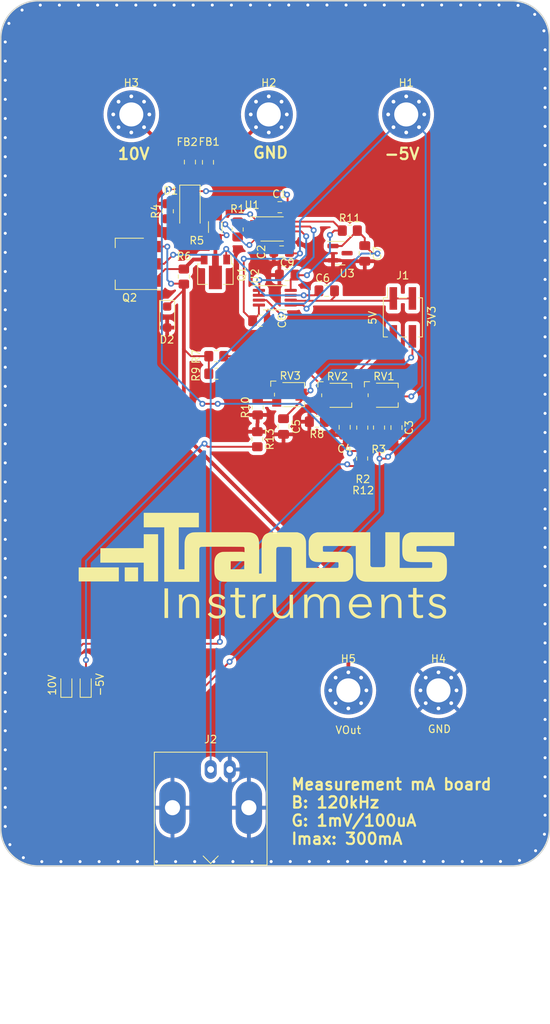
<source format=kicad_pcb>
(kicad_pcb (version 20221018) (generator pcbnew)
  (layers (0 "F.Cu" signal) (31 "B.Cu" signal) (34 "B.Paste" user) (35 "F.Paste" user) (36 "B.SilkS" user "B.Silkscreen") (37 "F.SilkS" user "F.Silkscreen") (38 "B.Mask" user) (39 "F.Mask" user) (44 "Edge.Cuts" user))
  (net 0 "")
  (net 1 "+10V")
  (net 2 "GND")
  (net 3 "-5V")
  (net 4 "Net-(U2A-+)")
  (net 5 "Net-(J1-Pin_2)")
  (net 6 "Net-(J1-Pin_4)")
  (net 7 "Net-(Q1-B)")
  (net 8 "Net-(J1-Pin_1)")
  (net 9 "Net-(U2B-+)")
  (net 10 "V+")
  (net 11 "VOUT")
  (net 12 "Net-(D3-A)")
  (net 13 "Net-(D4-A)")
  (net 14 "Net-(FB1-Pad1)")
  (net 15 "Net-(FB2-Pad1)")
  (net 16 "IOUT")
  (net 17 "V-")
  (net 18 "Net-(Q1-E)")
  (net 19 "Net-(R1-Pad1)")
  (net 20 "Net-(R1-Pad2)")
  (net 21 "Net-(R2-Pad2)")
  (net 22 "Net-(R3-Pad1)")
  (net 23 "Net-(R7-Pad2)")
  (net 24 "Net-(R8-Pad1)")
  (net 25 "Net-(R9-Pad2)")
  (net 26 "Net-(R10-Pad1)")
  (net 27 "Net-(U1-Ref)")
  (footprint "Resistor_SMD:R_0805_2012Metric_Pad1.20x1.40mm_HandSolder" (layer "F.Cu") (at 84.68 90.03)
    (fp_text reference "R7")
    (fp_text value "1Meg")
  )
  (footprint "MountingHole:MountingHole_3.2mm_M3_Pad_Via" (layer "F.Cu") (at 73.37 57.9)
    (fp_text reference "H3")
    (fp_text value "MH")
  )
  (footprint "Potentiometer_SMD:Potentiometer_Bourns_TC33X_Vertical" (layer "F.Cu") (at 100.8 95.23)
    (fp_text reference "RV2")
    (fp_text value "100k")
  )
  (footprint "Resistor_SMD:R_0805_2012Metric_Pad1.20x1.40mm_HandSolder" (layer "F.Cu") (at 102.44 73.34)
    (fp_text reference "R11")
    (fp_text value "10k")
  )
  (footprint "MountingHole:MountingHole_3.2mm_M3_Pad_Via" (layer "F.Cu") (at 91.66 57.9)
    (fp_text reference "H2")
    (fp_text value "MH")
  )
  (footprint "Resistor_SMD:R_0805_2012Metric_Pad1.20x1.40mm_HandSolder" (layer "F.Cu") (at 84.68 92.37)
    (fp_text reference "R9")
    (fp_text value "2M4")
  )
  (footprint "Resistor_SMD:R_0805_2012Metric_Pad1.20x1.40mm_HandSolder" (layer "F.Cu") (at 87.52 73.19 -90)
    (fp_text reference "R1")
    (fp_text value "200R")
  )
  (footprint "Package_TO_SOT_SMD:SOT-23" (layer "F.Cu") (at 101.1425 76.34)
    (fp_text reference "U3")
    (fp_text value "LM4040DBZ-2.5")
  )
  (footprint "Resistor_SMD:R_0805_2012Metric_Pad1.20x1.40mm_HandSolder" (layer "F.Cu") (at 90.14 101.07 -90)
    (fp_text reference "R13")
    (fp_text value "150R")
  )
  (footprint "LED_SMD:LED_0603_1608Metric_Pad1.05x0.95mm_HandSolder" (layer "F.Cu") (at 64.73 133.7075 90)
    (fp_text reference "D3" hide)
    (fp_text value "Green")
  )
  (footprint "Capacitor_SMD:C_0805_2012Metric_Pad1.18x1.45mm_HandSolder" (layer "F.Cu") (at 93.62 99.38 -90)
    (fp_text reference "C5")
    (fp_text value "0.1uF")
  )
  (footprint "Resistor_SMD:R_0805_2012Metric_Pad1.20x1.40mm_HandSolder" (layer "F.Cu") (at 78.23 70.77 90)
    (fp_text reference "R4")
    (fp_text value "180R 500mW")
  )
  (footprint "Resistor_SMD:R_1206_3216Metric_Pad1.30x1.75mm_HandSolder" (layer "F.Cu") (at 84.55 72.87 -90)
    (fp_text reference "R5")
    (fp_text value "1R")
  )
  (footprint "Resistor_SMD:R_0805_2012Metric_Pad1.20x1.40mm_HandSolder" (layer "F.Cu") (at 104.1 99.53 90)
    (fp_text reference "R2")
    (fp_text value "2Meg")
  )
  (footprint "MountingHole:MountingHole_3.2mm_M3_Pad_Via" (layer "F.Cu") (at 102.25 134.45)
    (fp_text reference "H5")
    (fp_text value "MH")
  )
  (footprint "Package_TO_SOT_SMD:SOT-223-3_TabPin2" (layer "F.Cu") (at 73.14 77.76 180)
    (fp_text reference "Q2")
    (fp_text value "BCP54TA")
  )
  (footprint "Capacitor_SMD:C_0805_2012Metric_Pad1.18x1.45mm_HandSolder" (layer "F.Cu") (at 108.65 99.52 -90)
    (fp_text reference "C3")
    (fp_text value "0.1uF")
  )
  (footprint "Capacitor_SMD:C_0805_2012Metric_Pad1.18x1.45mm_HandSolder" (layer "F.Cu") (at 94.11 79.25 180)
    (fp_text reference "C9")
    (fp_text value "0.1uF")
  )
  (footprint "MountingHole:MountingHole_3.2mm_M3_Pad_Via" (layer "F.Cu") (at 114.24 134.45)
    (fp_text reference "H4")
    (fp_text value "MH")
  )
  (footprint "Connector_Coaxial:BNC_Amphenol_B6252HB-NPP3G-50_Horizontal" (layer "F.Cu") (at 83.93 144.96 180)
    (fp_text reference "J2")
    (fp_text value "Conn_Coaxial")
  )
  (footprint "Diode_SMD:D_SOD-123F" (layer "F.Cu") (at 78.14 84.8325 -90)
    (fp_text reference "D2")
    (fp_text value "BZD27C5V1P-E3-08")
  )
  (footprint "Resistor_SMD:R_0805_2012Metric_Pad1.20x1.40mm_HandSolder" (layer "F.Cu") (at 106.33 99.52 -90)
    (fp_text reference "R3")
    (fp_text value "1Meg")
  )
  (footprint "LED_SMD:LED_0603_1608Metric_Pad1.05x0.95mm_HandSolder" (layer "F.Cu") (at 67.3 133.7075 90)
    (fp_text reference "D4" hide)
    (fp_text value "Green")
  )
  (footprint "Capacitor_SMD:C_0805_2012Metric_Pad1.18x1.45mm_HandSolder" (layer "F.Cu") (at 104.43 76.37 -90)
    (fp_text reference "C7")
    (fp_text value "0.1uF")
  )
  (footprint "Package_SO:MSOP-8_3x3mm_P0.65mm" (layer "F.Cu") (at 92.1 73.12)
    (fp_text reference "U1")
    (fp_text value "AD8422")
  )
  (footprint "Capacitor_SMD:C_0805_2012Metric_Pad1.18x1.45mm_HandSolder" (layer "F.Cu") (at 93.37 76.11 180)
    (fp_text reference "C2")
    (fp_text value "0.1uF")
  )
  (footprint "Capacitor_SMD:C_0805_2012Metric_Pad1.18x1.45mm_HandSolder" (layer "F.Cu") (at 81.17 64.2325 -90)
    (fp_text reference "FB2")
    (fp_text value "FB")
  )
  (footprint "Capacitor_SMD:C_0805_2012Metric_Pad1.18x1.45mm_HandSolder" (layer "F.Cu") (at 101.76 99.48 -90)
    (fp_text reference "C4")
    (fp_text value "0.1uF")
  )
  (footprint "Connector_PinSocket_2.54mm:PinSocket_2x02_P2.54mm_Vertical_SMD" (layer "F.Cu") (at 109.5 84.875 90)
    (fp_text reference "J1")
    (fp_text value "Header2.54mm")
  )
  (footprint "Resistor_SMD:R_0805_2012Metric_Pad1.20x1.40mm_HandSolder" (layer "F.Cu") (at 80.36 79.45 -90)
    (fp_text reference "R6")
    (fp_text value "2R 250mW")
  )
  (footprint "Potentiometer_SMD:Potentiometer_Bourns_TC33X_Vertical" (layer "F.Cu") (at 94.52 95.14)
    (fp_text reference "RV3")
    (fp_text value "100k")
  )
  (footprint "Potentiometer_SMD:Potentiometer_Bourns_TC33X_Vertical" (layer "F.Cu") (at 106.98 95.22)
    (fp_text reference "RV1")
    (fp_text value "20k")
  )
  (footprint "Resistor_SMD:R_0805_2012Metric_Pad1.20x1.40mm_HandSolder" (layer "F.Cu") (at 90.18 96.84 -90)
    (fp_text reference "R10")
    (fp_text value "7M5")
  )
  (footprint "Capacitor_SMD:C_0805_2012Metric_Pad1.18x1.45mm_HandSolder" (layer "F.Cu") (at 90.55 85.32)
    (fp_text reference "C8")
    (fp_text value "0.1uF")
  )
  (footprint "LOGO" (layer "F.Cu") (at 91.351678 119.203669)
    (fp_text reference "G***" hide)
    (fp_text value "LOGO" hide)
  )
  (footprint "Capacitor_SMD:C_0805_2012Metric_Pad1.18x1.45mm_HandSolder" (layer "F.Cu") (at 83.57 64.26 -90)
    (fp_text reference "FB1")
    (fp_text value "FB")
  )
  (footprint "Package_TO_SOT_SMD:SOT-89-3" (layer "F.Cu") (at 84.56 79.13 -90)
    (fp_text reference "Q1")
    (fp_text value "PBSS4032NX,115")
  )
  (footprint "Diode_SMD:D_SOD-128" (layer "F.Cu") (at 81.17 70.4525 -90)
    (fp_text reference "D1")
    (fp_text value "PDZVTFTR2.0B")
  )
  (footprint "MountingHole:MountingHole_3.2mm_M3_Pad_Via" (layer "F.Cu") (at 109.95 57.9)
    (fp_text reference "H1")
    (fp_text value "MH")
  )
  (footprint "Package_SO:MSOP-8_3x3mm_P0.65mm" (layer "F.Cu") (at 92.46 82.26)
    (fp_text reference "U2")
    (fp_text value "ADA4661-2ARMZ")
  )
  (footprint "Capacitor_SMD:C_0805_2012Metric_Pad1.18x1.45mm_HandSolder" (layer "F.Cu") (at 93.13 70.23 180)
    (fp_text reference "C1")
    (fp_text value "0.1uF")
  )
  (footprint "Capacitor_SMD:C_0805_2012Metric_Pad1.18x1.45mm_HandSolder" (layer "F.Cu") (at 99.37 81.34)
    (fp_text reference "C6")
    (fp_text value "1nF")
  )
  (footprint "Resistor_SMD:R_0805_2012Metric_Pad1.20x1.40mm_HandSolder" (layer "F.Cu") (at 98.06 98.74 180)
    (fp_text reference "R8")
    (fp_text value "1Meg")
  )
  (footprint "Resistor_SMD:R_0805_2012Metric_Pad1.20x1.40mm_HandSolder" (layer "F.Cu") (at 104.08 103.63 -90)
    (fp_text reference "R12")
    (fp_text value "390R 250mW")
  )
  (gr_line (start 129 152.79) (end 129 47.79) (stroke (width 0.2)) (layer "Edge.Cuts"))
  (gr_arc (start 61 157.79) (mid 57.464466 156.325534) (end 56 152.79) (stroke (width 0.2)) (layer "Edge.Cuts"))
  (gr_arc (start 56 47.79) (mid 57.464466 44.254466) (end 61 42.79) (stroke (width 0.2)) (layer "Edge.Cuts"))
  (gr_arc (start 124 42.79) (mid 127.535534 44.254466) (end 129 47.79) (stroke (width 0.2)) (layer "Edge.Cuts"))
  (gr_arc (start 129 152.79) (mid 127.535534 156.325534) (end 124 157.79) (stroke (width 0.2)) (layer "Edge.Cuts"))
  (gr_line (start 61 157.79) (end 124 157.79) (stroke (width 0.2)) (layer "Edge.Cuts"))
  (gr_line (start 124 42.79) (end 61 42.79) (stroke (width 0.2)) (layer "Edge.Cuts"))
  (gr_line (start 56 47.79) (end 56 152.79) (stroke (width 0.2)) (layer "Edge.Cuts"))
  (gr_text "GND" (at 112.74 140.18) (layer "F.SilkS") (effects (font (size 1 1)) (justify left bottom)))
  (gr_text "5V" (at 106.06 85.93 90) (layer "F.SilkS") (effects (font (size 1 1)) (justify left bottom)))
  (gr_text "10V" (at 71.42 64.025) (layer "F.SilkS") (effects (font (size 1.5 1.5) (thickness 0.3) bold) (justify left bottom)))
  (gr_text "-5V" (at 106.9 64.025) (layer "F.SilkS") (effects (font (size 1.5 1.5) (thickness 0.3) bold) (justify left bottom)))
  (gr_text "Measurement mA board\nB: 120kHz\nG: 1mV/100uA\nImax: 300mA" (at 94.5 155.05) (layer "F.SilkS") (effects (font (size 1.5 1.5) (thickness 0.3) bold) (justify left bottom)))
  (gr_text "VOut" (at 100.45 140.31) (layer "F.SilkS") (effects (font (size 1 1)) (justify left bottom)))
  (gr_text "10V" (at 63.43 135.22 90) (layer "F.SilkS") (effects (font (size 1 1)) (justify left bottom)))
  (gr_text "GND" (at 89.41 63.86) (layer "F.SilkS") (effects (font (size 1.5 1.5) (thickness 0.3) bold) (justify left bottom)))
  (gr_text "3V3" (at 113.92 86.21 90) (layer "F.SilkS") (effects (font (size 1 1)) (justify left bottom)))
  (gr_text "-5V" (at 69.78 135.31 90) (layer "F.SilkS") (effects (font (size 1 1)) (justify left bottom)))
  (segment (start 101.44 73.34) (end 100.38 73.34) (width 0.25) (layer "F.Cu") (net 1))
  (segment (start 84.87 96.36) (end 82.83 96.36) (width 0.25) (layer "F.Cu") (net 1))
  (segment (start 104.08 102.63) (end 102.76 102.63) (width 0.25) (layer "F.Cu") (net 1))
  (segment (start 102.76 102.63) (end 102.45 102.94) (width 0.25) (layer "F.Cu") (net 1))
  (segment (start 104.1 100.53) (end 104.1 102.61) (width 0.25) (layer "F.Cu") (net 1))
  (segment (start 100.245 72.145) (end 101.44 73.34) (width 0.25) (layer "F.Cu") (net 1))
  (segment (start 94.1675 70.23) (end 94.1675 68.6375) (width 0.25) (layer "F.Cu") (net 1))
  (segment (start 94.1675 72.1) (end 94.2125 72.145) (width 0.25) (layer "F.Cu") (net 1))
  (segment (start 100.38 73.34) (end 99.8 73.92) (width 0.25) (layer "F.Cu") (net 1))
  (segment (start 80.7375 67.82) (end 81.17 68.2525) (width 0.25) (layer "F.Cu") (net 1))
  (segment (start 94.1675 68.6375) (end 94.09 68.56) (width 0.25) (layer "F.Cu") (net 1))
  (segment (start 94.5725 81.285) (end 94.5725 79.825) (width 0.25) (layer "F.Cu") (net 1))
  (segment (start 81.3225 68.1) (end 81.17 68.2525) (width 0.25) (layer "F.Cu") (net 1))
  (segment (start 104.1 102.61) (end 104.08 102.63) (width 0.25) (layer "F.Cu") (net 1))
  (segment (start 94.1675 70.23) (end 94.1675 72.1) (width 0.25) (layer "F.Cu") (net 1))
  (segment (start 83.31 68.1) (end 81.3225 68.1) (width 0.25) (layer "F.Cu") (net 1))
  (segment (start 94.2125 72.145) (end 100.245 72.145) (width 0.25) (layer "F.Cu") (net 1))
  (segment (start 94.5725 79.825) (end 95.1475 79.25) (width 0.25) (layer "F.Cu") (net 1))
  (segment (start 95.1675 79.27) (end 95.1475 79.25) (width 0.25) (layer "F.Cu") (net 1))
  (segment (start 78.37 67.82) (end 80.7375 67.82) (width 0.25) (layer "F.Cu") (net 1))
  (segment (start 81.17 65.27) (end 81.17 68.2525) (width 0.5) (layer "F.Cu") (net 1))
  (segment (start 96.74 79.27) (end 95.1675 79.27) (width 0.25) (layer "F.Cu") (net 1))
  (via (at 82.83 96.36) (size 0.8) (drill 0.4) (layers "F.Cu" "B.Cu") (net 1))
  (via (at 102.45 102.94) (size 0.8) (drill 0.4) (layers "F.Cu" "B.Cu") (net 1))
  (via (at 78.37 67.82) (size 0.8) (drill 0.4) (layers "F.Cu" "B.Cu") (net 1))
  (via (at 94.09 68.56) (size 0.8) (drill 0.4) (layers "F.Cu" "B.Cu") (net 1))
  (via (at 84.87 96.36) (size 0.8) (drill 0.4) (layers "F.Cu" "B.Cu") (net 1))
  (via (at 99.8 73.92) (size 0.8) (drill 0.4) (layers "F.Cu" "B.Cu") (net 1))
  (via (at 96.74 79.27) (size 0.8) (drill 0.4) (layers "F.Cu" "B.Cu") (net 1))
  (via (at 83.31 68.1) (size 0.8) (drill 0.4) (layers "F.Cu" "B.Cu") (net 1))
  (segment (start 77.435 68.755) (end 78.37 67.82) (width 0.25) (layer "B.Cu") (net 1))
  (segment (start 82.83 96.36) (end 77.435 90.965) (width 0.25) (layer "B.Cu") (net 1))
  (segment (start 102.45 102.94) (end 95.87 96.36) (width 0.25) (layer "B.Cu") (net 1))
  (segment (start 95.87 96.36) (end 84.87 96.36) (width 0.25) (layer "B.Cu") (net 1))
  (segment (start 99.8 76.21) (end 96.74 79.27) (width 0.25) (layer "B.Cu") (net 1))
  (segment (start 77.435 90.965) (end 77.435 68.755) (width 0.25) (layer "B.Cu") (net 1))
  (segment (start 94.09 68.56) (end 93.63 68.1) (width 0.25) (layer "B.Cu") (net 1))
  (segment (start 99.8 73.92) (end 99.8 76.21) (width 0.25) (layer "B.Cu") (net 1))
  (segment (start 93.63 68.1) (end 83.31 68.1) (width 0.25) (layer "B.Cu") (net 1))
  (via (at 96.859462 43.358619) (size 0.8) (drill 0.4) (layers "F.Cu" "B.Cu") (net 2))
  (via (at 117.201909 43.352168) (size 0.8) (drill 0.4) (layers "F.Cu" "B.Cu") (net 2))
  (via (at 56.6 94.038847) (size 0.8) (drill 0.4) (layers "F.Cu" "B.Cu") (net 2))
  (via (at 56.6 116.924101) (size 0.8) (drill 0.4) (layers "F.Cu" "B.Cu") (net 2))
  (via (at 127.041465 44.601457) (size 0.8) (drill 0.4) (layers "F.Cu" "B.Cu") (net 2))
  (via (at 66.345792 43.368295) (size 0.8) (drill 0.4) (layers "F.Cu" "B.Cu") (net 2))
  (via (at 125.020087 157.05106) (size 0.8) (drill 0.4) (layers "F.Cu" "B.Cu") (net 2))
  (via (at 56.6 119.466907) (size 0.8) (drill 0.4) (layers "F.Cu" "B.Cu") (net 2))
  (via (at 56.6 50.811145) (size 0.8) (drill 0.4) (layers "F.Cu" "B.Cu") (net 2))
  (via (at 56.6 149.980579) (size 0.8) (drill 0.4) (layers "F.Cu" "B.Cu") (net 2))
  (via (at 114.861652 157.192891) (size 0.8) (drill 0.4) (layers "F.Cu" "B.Cu") (net 2))
  (via (at 73.974209 43.365876) (size 0.8) (drill 0.4) (layers "F.Cu" "B.Cu") (net 2))
  (via (at 128.266571 46.787509) (size 0.8) (drill 0.4) (layers "F.Cu" "B.Cu") (net 2))
  (via (at 128.42 56.9469) (size 0.8) (drill 0.4) (layers "F.Cu" "B.Cu") (net 2))
  (via (at 128.42 135.773886) (size 0.8) (drill 0.4) (layers "F.Cu" "B.Cu") (net 2))
  (via (at 59.00652 156.684244) (size 0.8) (drill 0.4) (layers "F.Cu" "B.Cu") (net 2))
  (via (at 112.318847 157.193702) (size 0.8) (drill 0.4) (layers "F.Cu" "B.Cu") (net 2))
  (via (at 84.145433 43.362651) (size 0.8) (drill 0.4) (layers "F.Cu" "B.Cu") (net 2))
  (via (at 128.42 100.174602) (size 0.8) (drill 0.4) (layers "F.Cu" "B.Cu") (net 2))
  (via (at 56.6 132.180937) (size 0.8) (drill 0.4) (layers "F.Cu" "B.Cu") (net 2))
  (via (at 56.6 111.838489) (size 0.8) (drill 0.4) (layers "F.Cu" "B.Cu") (net 2))
  (via (at 104.48788 43.3562) (size 0.8) (drill 0.4) (layers "F.Cu" "B.Cu") (net 2))
  (via (at 89.433594 157.201) (size 0.8) (drill 0.4) (layers "F.Cu" "B.Cu") (net 2))
  (via (at 109.573492 43.354587) (size 0.8) (drill 0.4) (layers "F.Cu" "B.Cu") (net 2))
  (via (at 128.42 82.37496) (size 0.8) (drill 0.4) (layers "F.Cu" "B.Cu") (net 2))
  (via (at 56.6 96.581653) (size 0.8) (drill 0.4) (layers "F.Cu" "B.Cu") (net 2))
  (via (at 79.059821 43.364263) (size 0.8) (drill 0.4) (layers "F.Cu" "B.Cu") (net 2))
  (via (at 57.084781 45.802133) (size 0.8) (drill 0.4) (layers "F.Cu" "B.Cu") (net 2))
  (via (at 56.6 152.523385) (size 0.8) (drill 0.4) (layers "F.Cu" "B.Cu") (net 2))
  (via (at 56.6 83.867623) (size 0.8) (drill 0.4) (layers "F.Cu" "B.Cu") (net 2))
  (via (at 56.6 78.782011) (size 0.8) (drill 0.4) (layers "F.Cu" "B.Cu") (net 2))
  (via (at 64.005535 157.209108) (size 0.8) (drill 0.4) (layers "F.Cu" "B.Cu") (net 2))
  (via (at 128.42 97.631796) (size 0.8) (drill 0.4) (layers "F.Cu" "B.Cu") (net 2))
  (via (at 61.26018 43.369908) (size 0.8) (drill 0.4) (layers "F.Cu" "B.Cu") (net 2))
  (via (at 128.42 133.23108) (size 0.8) (drill 0.4) (layers "F.Cu" "B.Cu") (net 2))
  (via (at 128.336222 153.567386) (size 0.8) (drill 0.4) (layers "F.Cu" "B.Cu") (net 2))
  (via (at 56.6 73.696399) (size 0.8) (drill 0.4) (layers "F.Cu" "B.Cu") (net 2))
  (via (at 76.719564 157.205054) (size 0.8) (drill 0.4) (layers "F.Cu" "B.Cu") (net 2))
  (via (at 56.6 109.295683) (size 0.8) (drill 0.4) (layers "F.Cu" "B.Cu") (net 2))
  (via (at 128.42 138.316692) (size 0.8) (drill 0.4) (layers "F.Cu" "B.Cu") (net 2))
  (via (at 107.030686 43.355394) (size 0.8) (drill 0.4) (layers "F.Cu" "B.Cu") (net 2))
  (via (at 56.6 81.324817) (size 0.8) (drill 0.4) (layers "F.Cu" "B.Cu") (net 2))
  (via (at 128.42 125.602662) (size 0.8) (drill 0.4) (layers "F.Cu" "B.Cu") (net 2))
  (via (at 128.42 62.032512) (size 0.8) (drill 0.4) (layers "F.Cu" "B.Cu") (net 2))
  (via (at 56.6 127.095325) (size 0.8) (drill 0.4) (layers "F.Cu" "B.Cu") (net 2))
  (via (at 89.231045 43.361038) (size 0.8) (drill 0.4) (layers "F.Cu" "B.Cu") (net 2))
  (via (at 128.42 128.145468) (size 0.8) (drill 0.4) (layers "F.Cu" "B.Cu") (net 2))
  (via (at 128.42 95.08899) (size 0.8) (drill 0.4) (layers "F.Cu" "B.Cu") (net 2))
  (via (at 56.6 68.610787) (size 0.8) (drill 0.4) (layers "F.Cu" "B.Cu") (net 2))
  (via (at 128.42 87.460572) (size 0.8) (drill 0.4) (layers "F.Cu" "B.Cu") (net 2))
  (via (at 128.42 84.917766) (size 0.8) (drill 0.4) (layers "F.Cu" "B.Cu") (net 2))
  (via (at 56.6 137.266549) (size 0.8) (drill 0.4) (layers "F.Cu" "B.Cu") (net 2))
  (via (at 112.116297 43.353781) (size 0.8) (drill 0.4) (layers "F.Cu" "B.Cu") (net 2))
  (via (at 56.6 106.752877) (size 0.8) (drill 0.4) (layers "F.Cu" "B.Cu") (net 2))
  (via (at 56.6 71.153593) (size 0.8) (drill 0.4) (layers "F.Cu" "B.Cu") (net 2))
  (via (at 68.888598 43.367489) (size 0.8) (drill 0.4) (layers "F.Cu" "B.Cu") (net 2))
  (via (at 56.6 122.009713) (size 0.8) (drill 0.4) (layers "F.Cu" "B.Cu") (net 2))
  (via (at 58.835403 44.027854) (size 0.8) (drill 0.4) (layers "F.Cu" "B.Cu") (net 2))
  (via (at 128.42 69.66093) (size 0.8) (drill 0.4) (layers "F.Cu" "B.Cu") (net 2))
  (via (at 99.604817 157.197757) (size 0.8) (drill 0.4) (layers "F.Cu" "B.Cu") (net 2))
  (via (at 97.062011 157.198567) (size 0.8) (drill 0.4) (layers "F.Cu" "B.Cu") (net 2))
  (via (at 84.347982 157.202622) (size 0.8) (drill 0.4) (layers "F.Cu" "B.Cu") (net 2))
  (via (at 74.176759 157.205865) (size 0.8) (drill 0.4) (layers "F.Cu" "B.Cu") (net 2))
  (via (at 56.6 114.381295) (size 0.8) (drill 0.4) (layers "F.Cu" "B.Cu") (net 2))
  (via (at 128.42 79.832154) (size 0.8) (drill 0.4) (layers "F.Cu" "B.Cu") (net 2))
  (via (at 56.6 63.525175) (size 0.8) (drill 0.4) (layers "F.Cu" "B.Cu") (net 2))
  (via (at 56.6 48.268339) (size 0.8) (drill 0.4) (layers "F.Cu" "B.Cu") (net 2))
  (via (at 107.233235 157.195324) (size 0.8) (drill 0.4) (layers "F.Cu" "B.Cu") (net 2))
  (via (at 91.77385 43.360232) (size 0.8) (drill 0.4) (layers "F.Cu" "B.Cu") (net 2))
  (via (at 101.945074 43.357006) (size 0.8) (drill 0.4) (layers "F.Cu" "B.Cu") (net 2))
  (via (at 128.42 49.318482) (size 0.8) (drill 0.4) (layers "F.Cu" "B.Cu") (net 2))
  (via (at 56.6 129.638131) (size 0.8) (drill 0.4) (layers "F.Cu" "B.Cu") (net 2))
  (via (at 128.42 90.003378) (size 0.8) (drill 0.4) (layers "F.Cu" "B.Cu") (net 2))
  (via (at 56.6 91.496041) (size 0.8) (drill 0.4) (layers "F.Cu" "B.Cu") (net 2))
  (via (at 81.805176 157.203433) (size 0.8) (drill 0.4) (layers "F.Cu" "B.Cu") (net 2))
  (via (at 91.9764 157.200189) (size 0.8) (drill 0.4) (layers "F.Cu" "B.Cu") (net 2))
  (via (at 128.42 130.688274) (size 0.8) (drill 0.4) (layers "F.Cu" "B.Cu") (net 2))
  (via (at 86.890788 157.201811) (size 0.8) (drill 0.4) (layers "F.Cu" "B.Cu") (net 2))
  (via (at 94.519205 157.199378) (size 0.8) (drill 0.4) (layers "F.Cu" "B.Cu") (net 2))
  (via (at 128.42 120.51705) (size 0.8) (drill 0.4) (layers "F.Cu" "B.Cu") (net 2))
  (via (at 56.6 99.124459) (size 0.8) (drill 0.4) (layers "F.Cu" "B.Cu") (net 2))
  (via (at 128.42 123.059856) (size 0.8) (drill 0.4) (layers "F.Cu" "B.Cu") (net 2))
  (via (at 128.42 117.974244) (size 0.8) (drill 0.4) (layers "F.Cu" "B.Cu") (net 2))
  (via (at 128.42 72.203736) (size 0.8) (drill 0.4) (layers "F.Cu" "B.Cu") (net 2))
  (via (at 56.6 88.953235) (size 0.8) (drill 0.4) (layers "F.Cu" "B.Cu") (net 2))
  (via (at 124.828087 43.411697) (size 0.8) (drill 0.4) (layers "F.Cu" "B.Cu") (net 2))
  (via (at 57.215167 154.951889) (size 0.8) (drill 0.4) (layers "F.Cu" "B.Cu") (net 2))
  (via (at 56.6 76.239205) (size 0.8) (drill 0.4) (layers "F.Cu" "B.Cu") (net 2))
  (via (at 56.6 86.410429) (size 0.8) (drill 0.4) (layers "F.Cu" "B.Cu") (net 2))
  (via (at 56.6 147.437773) (size 0.8) (drill 0.4) (layers "F.Cu" "B.Cu") (net 2))
  (via (at 128.42 143.402304) (size 0.8) (drill 0.4) (layers "F.Cu" "B.Cu") (net 2))
  (via (at 109.776041 157.194513) (size 0.8) (drill 0.4) (layers "F.Cu" "B.Cu") (net 2))
  (via (at 128.42 148.487916) (size 0.8) (drill 0.4) (layers "F.Cu" "B.Cu") (net 2))
  (via (at 119.947264 157.19127) (size 0.8) (drill 0.4) (layers "F.Cu" "B.Cu") (net 2))
  (via (at 69.091147 157.207487) (size 0.8) (drill 0.4) (layers "F.Cu" "B.Cu") (net 2))
  (via (at 56.6 60.982369) (size 0.8) (drill 0.4) (layers "F.Cu" "B.Cu") (net 2))
  (via (at 122.287521 43.350556) (size 0.8) (drill 0.4) (layers "F.Cu" "B.Cu") (net 2))
  (via (at 56.6 124.552519) (size 0.8) (drill 0.4) (layers "F.Cu" "B.Cu") (net 2))
  (via (at 81.602627 43.363457) (size 0.8) (drill 0.4) (layers "F.Cu" "B.Cu") (net 2))
  (via (at 79.26237 157.204243) (size 0.8) (drill 0.4) (layers "F.Cu" "B.Cu") (net 2))
  (via (at 122.49007 157.190459) (size 0.8) (drill 0.4) (layers "F.Cu" "B.Cu") (net 2))
  (via (at 104.690429 157.196135) (size 0.8) (drill 0.4) (layers "F.Cu" "B.Cu") (net 2))
  (via (at 63.802986 43.369101) (size 0.8) (drill 0.4) (layers "F.Cu" "B.Cu") (net 2))
  (via (at 56.6 66.067981) (size 0.8) (drill 0.4) (layers "F.Cu" "B.Cu") (net 2))
  (via (at 56.6 104.210071) (size 0.8) (drill 0.4) (layers "F.Cu" "B.Cu") (net 2))
  (via (at 128.42 102.717408) (size 0.8) (drill 0.4) (layers "F.Cu" "B.Cu") (net 2))
  (via (at 56.6 144.894967) (size 0.8) (drill 0.4) (layers "F.Cu" "B.Cu") (net 2))
  (via (at 128.42 67.118124) (size 0.8) (drill 0.4) (layers "F.Cu" "B.Cu") (net 2))
  (via (at 76.517015 43.36507) (size 0.8) (drill 0.4) (layers "F.Cu" "B.Cu") (net 2))
  (via (at 128.42 54.404094) (size 0.8) (drill 0.4) (layers "F.Cu" "B.Cu") (net 2))
  (via (at 127.15969 155.759861) (size 0.8) (drill 0.4) (layers "F.Cu" "B.Cu") (net 2))
  (via (at 56.6 101.667265) (size 0.8) (drill 0.4) (layers "F.Cu" "B.Cu") (net 2))
  (via (at 71.633953 157.206676) (size 0.8) (drill 0.4) (layers "F.Cu" "B.Cu") (net 2))
  (via (at 128.42 59.489706) (size 0.8) (drill 0.4) (layers "F.Cu" "B.Cu") (net 2))
  (via (at 114.659103 43.352975) (size 0.8) (drill 0.4) (layers "F.Cu" "B.Cu") (net 2))
  (via (at 56.6 55.896757) (size 0.8) (drill 0.4) (layers "F.Cu" "B.Cu") (net 2))
  (via (at 128.42 145.94511) (size 0.8) (drill 0.4) (layers "F.Cu" "B.Cu") (net 2))
  (via (at 56.6 142.352161) (size 0.8) (drill 0.4) (layers "F.Cu" "B.Cu") (net 2))
  (via (at 71.431403 43.366682) (size 0.8) (drill 0.4) (layers "F.Cu" "B.Cu") (net 2))
  (via (at 56.6 139.809355) (size 0.8) (drill 0.4) (layers "F.Cu" "B.Cu") (net 2))
  (via (at 99.402268 43.357813) (size 0.8) (drill 0.4) (layers "F.Cu" "B.Cu") (net 2))
  (via (at 128.42 115.431438) (size 0.8) (drill 0.4) (layers "F.Cu" "B.Cu") (net 2))
  (via (at 128.42 74.746542) (size 0.8) (drill 0.4) (layers "F.Cu" "B.Cu") (net 2))
  (via (at 117.404458 157.192081) (size 0.8) (drill 0.4) (layers "F.Cu" "B.Cu") (net 2))
  (via (at 119.744715 43.351362) (size 0.8) (drill 0.4) (layers "F.Cu" "B.Cu") (net 2))
  (via (at 94.316656 43.359425) (size 0.8) (drill 0.4) (layers "F.Cu" "B.Cu") (net 2))
  (via (at 128.42 112.888632) (size 0.8) (drill 0.4) (layers "F.Cu" "B.Cu") (net 2))
  (via (at 56.6 53.353951) (size 0.8) (drill 0.4) (layers "F.Cu" "B.Cu") (net 2))
  (via (at 128.42 105.260214) (size 0.8) (drill 0.4) (layers "F.Cu" "B.Cu") (net 2))
  (via (at 102.147623 157.196946) (size 0.8) (drill 0.4) (layers "F.Cu" "B.Cu") (net 2))
  (via (at 66.548341 157.208298) (size 0.8) (drill 0.4) (layers "F.Cu" "B.Cu") (net 2))
  (via (at 128.42 64.575318) (size 0.8) (drill 0.4) (layers "F.Cu" "B.Cu") (net 2))
  (via (at 128.42 110.345826) (size 0.8) (drill 0.4) (layers "F.Cu" "B.Cu") (net 2))
  (via (at 128.42 92.546184) (size 0.8) (drill 0.4) (layers "F.Cu" "B.Cu") (net 2))
  (via (at 128.42 77.289348) (size 0.8) (drill 0.4) (layers "F.Cu" "B.Cu") (net 2))
  (via (at 86.688239 43.361844) (size 0.8) (drill 0.4) (layers "F.Cu" "B.Cu") (net 2))
  (via (at 56.6 134.723743) (size 0.8) (drill 0.4) (layers "F.Cu" "B.Cu") (net 2))
  (via (at 61.462729 157.209919) (size 0.8) (drill 0.4) (layers "F.Cu" "B.Cu") (net 2))
  (via (at 56.6 58.439563) (size 0.8) (drill 0.4) (layers "F.Cu" "B.Cu") (net 2))
  (via (at 128.42 140.859498) (size 0.8) (drill 0.4) (layers "F.Cu" "B.Cu") (net 2))
  (via (at 128.42 107.80302) (size 0.8) (drill 0.4) (layers "F.Cu" "B.Cu") (net 2))
  (via (at 128.42 151.030722) (size 0.8) (drill 0.4) (layers "F.Cu" "B.Cu") (net 2))
  (via (at 128.42 51.861288) (size 0.8) (drill 0.4) (layers "F.Cu" "B.Cu") (net 2))
  (segment (start 106.4 103.64) (end 107.29 103.64) (width 0.25) (layer "F.Cu") (net 3))
  (segment (start 67.3 134.5825) (end 82.5075 134.5825) (width 0.25) (layer "F.Cu") (net 3))
  (segment (start 95.81 76.37) (end 94.6675 76.37) (width 0.25) (layer "F.Cu") (net 3))
  (segment (start 94.6675 76.37) (end 94.4075 76.11) (width 0.25) (layer "F.Cu") (net 3))
  (segment (start 88.332299 84.139799) (end 88.332299 77.087701) (width 0.25) (layer "F.Cu") (net 3))
  (segment (start 90.3475 83.235) (end 90.3475 84.485) (width 0.25) (layer "F.Cu") (net 3))
  (segment (start 89.5125 85.32) (end 88.332299 84.139799) (width 0.25) (layer "F.Cu") (net 3))
  (segment (start 106.4 100.59) (end 106.33 100.52) (width 0.25) (layer "F.Cu") (net 3))
  (segment (start 82.5075 134.5825) (end 86.45 130.64) (width 0.25) (layer "F.Cu") (net 3))
  (segment (start 94.2125 75.915) (end 94.4075 76.11) (width 0.25) (layer "F.Cu") (net 3))
  (segment (start 107.29 103.64) (end 107.53 103.4) (width 0.25) (layer "F.Cu") (net 3))
  (segment (start 94.2125 74.095) (end 94.2125 75.915) (width 0.25) (layer "F.Cu") (net 3))
  (segment (start 90.3475 84.485) (end 89.5125 85.32) (width 0.25) (layer "F.Cu") (net 3))
  (segment (start 106.4 103.64) (end 106.4 100.59) (width 0.25) (layer "F.Cu") (net 3))
  (via (at 86.45 130.64) (size 0.8) (drill 0.4) (layers "F.Cu" "B.Cu") (net 3))
  (via (at 107.53 103.4) (size 0.8) (drill 0.4) (layers "F.Cu" "B.Cu") (net 3))
  (via (at 88.332299 77.087701) (size 0.8) (drill 0.4) (layers "F.Cu" "B.Cu") (net 3))
  (via (at 95.81 76.37) (size 0.8) (drill 0.4) (layers "F.Cu" "B.Cu") (net 3))
  (via (at 106.4 103.64) (size 0.8) (drill 0.4) (layers "F.Cu" "B.Cu") (net 3))
  (segment (start 95.092299 77.087701) (end 95.81 76.37) (width 0.25) (layer "B.Cu") (net 3))
  (segment (start 88.332299 77.087701) (end 95.092299 77.087701) (width 0.25) (layer "B.Cu") (net 3))
  (segment (start 86.45 130.64) (end 106.4 110.69) (width 0.25) (layer "B.Cu") (net 3))
  (segment (start 95.81 72.04) (end 95.81 76.37) (width 0.25) (layer "B.Cu") (net 3))
  (segment (start 106.4 110.69) (end 106.4 103.64) (width 0.25) (layer "B.Cu") (net 3))
  (segment (start 112.53 98.4) (end 112.53 60.48) (width 0.25) (layer "B.Cu") (net 3))
  (segment (start 107.53 103.4) (end 112.53 98.4) (width 0.25) (layer "B.Cu") (net 3))
  (segment (start 109.95 57.9) (end 95.81 72.04) (width 0.25) (layer "B.Cu") (net 3))
  (segment (start 112.53 60.48) (end 109.95 57.9) (width 0.25) (layer "B.Cu") (net 3))
  (segment (start 91.345 82.585) (end 93.28 84.52) (width 0.25) (layer "F.Cu") (net 4))
  (segment (start 110.62 95.38) (end 108.59 95.38) (width 0.25) (layer "F.Cu") (net 4))
  (segment (start 90.3475 82.585) (end 91.345 82.585) (width 0.25) (layer "F.Cu") (net 4))
  (segment (start 108.59 95.38) (end 108.43 95.22) (width 0.25) (layer "F.Cu") (net 4))
  (segment (start 108.43 98.2625) (end 108.65 98.4825) (width 0.25) (layer "F.Cu") (net 4))
  (segment (start 108.43 95.22) (end 108.43 98.2625) (width 0.25) (layer "F.Cu") (net 4))
  (via (at 93.28 84.52) (size 0.8) (drill 0.4) (layers "F.Cu" "B.Cu") (net 4))
  (via (at 110.62 95.38) (size 0.8) (drill 0.4) (layers "F.Cu" "B.Cu") (net 4))
  (segment (start 112.07 93.97) (end 110.66 95.38) (width 0.25) (layer "B.Cu") (net 4))
  (segment (start 112.08 93.97) (end 112.07 93.97) (width 0.25) (layer "B.Cu") (net 4))
  (segment (start 106.38 84.52) (end 112.08 90.22) (width 0.25) (layer "B.Cu") (net 4))
  (segment (start 110.66 95.38) (end 110.62 95.38) (width 0.25) (layer "B.Cu") (net 4))
  (segment (start 93.28 84.52) (end 106.38 84.52) (width 0.25) (layer "B.Cu") (net 4))
  (segment (start 112.08 90.22) (end 112.08 93.97) (width 0.25) (layer "B.Cu") (net 4))
  (segment (start 102.25 95.23) (end 102.25 93.375) (width 0.25) (layer "F.Cu") (net 5))
  (segment (start 102.25 95.23) (end 102.25 97.9525) (width 0.25) (layer "F.Cu") (net 5))
  (segment (start 102.25 97.9525) (end 101.76 98.4425) (width 0.25) (layer "F.Cu") (net 5))
  (segment (start 102.25 93.375) (end 108.23 87.395) (width 0.25) (layer "F.Cu") (net 5))
  (segment (start 96.65 95.14) (end 97.21 94.58) (width 0.25) (layer "F.Cu") (net 6))
  (segment (start 95.97 95.9925) (end 95.97 95.14) (width 0.25) (layer "F.Cu") (net 6))
  (segment (start 95.97 95.14) (end 96.65 95.14) (width 0.25) (layer "F.Cu") (net 6))
  (segment (start 110.77 90.04) (end 110.77 87.395) (width 0.25) (layer "F.Cu") (net 6))
  (segment (start 93.62 98.3425) (end 95.97 95.9925) (width 0.25) (layer "F.Cu") (net 6))
  (segment (start 110.6 90.21) (end 110.77 90.04) (width 0.25) (layer "F.Cu") (net 6))
  (via (at 97.21 94.58) (size 0.8) (drill 0.4) (layers "F.Cu" "B.Cu") (net 6))
  (via (at 110.6 90.21) (size 0.8) (drill 0.4) (layers "F.Cu" "B.Cu") (net 6))
  (segment (start 97.21 94.58) (end 97.21 93.66) (width 0.25) (layer "B.Cu") (net 6))
  (segment (start 99.76 91.11) (end 109.4 91.11) (width 0.25) (layer "B.Cu") (net 6))
  (segment (start 98.49 92.38) (end 99.76 91.11) (width 0.25) (layer "B.Cu") (net 6))
  (segment (start 109.7 91.11) (end 110.6 90.21) (width 0.25) (layer "B.Cu") (net 6))
  (segment (start 97.21 93.66) (end 98.49 92.38) (width 0.25) (layer "B.Cu") (net 6))
  (segment (start 109.4 91.11) (end 109.7 91.11) (width 0.25) (layer "B.Cu") (net 6))
  (segment (start 69.99 77.76) (end 76.29 77.76) (width 0.25) (layer "F.Cu") (net 7))
  (segment (start 94.5775 81.94) (end 94.5725 81.935) (width 0.25) (layer "F.Cu") (net 7))
  (segment (start 77.73 77.76) (end 78.94 76.55) (width 0.25) (layer "F.Cu") (net 7))
  (segment (start 86 77.12) (end 86.06 77.18) (width 0.25) (layer "F.Cu") (net 7))
  (segment (start 76.29 77.76) (end 77.73 77.76) (width 0.25) (layer "F.Cu") (net 7))
  (segment (start 96.31 81.94) (end 94.5775 81.94) (width 0.25) (layer "F.Cu") (net 7))
  (segment (start 96.31 81.94) (end 97.7325 81.94) (width 0.25) (layer "F.Cu") (net 7))
  (segment (start 86 75.78) (end 86 77.12) (width 0.25) (layer "F.Cu") (net 7))
  (segment (start 97.7325 81.94) (end 98.3325 81.34) (width 0.25) (layer "F.Cu") (net 7))
  (via (at 86 75.78) (size 0.8) (drill 0.4) (layers "F.Cu" "B.Cu") (net 7))
  (via (at 96.31 81.94) (size 0.8) (drill 0.4) (layers "F.Cu" "B.Cu") (net 7))
  (via (at 78.94 76.55) (size 0.8) (drill 0.4) (layers "F.Cu" "B.Cu") (net 7))
  (segment (start 85.23 76.55) (end 86 75.78) (width 0.25) (layer "B.Cu") (net 7))
  (segment (start 89.11 78.89) (end 89.11 79.92) (width 0.25) (layer "B.Cu") (net 7))
  (segment (start 86 75.78) (end 89.11 78.89) (width 0.25) (layer "B.Cu") (net 7))
  (segment (start 78.94 76.55) (end 85.23 76.55) (width 0.25) (layer "B.Cu") (net 7))
  (segment (start 91.13 81.94) (end 96.31 81.94) (width 0.25) (layer "B.Cu") (net 7))
  (segment (start 89.11 79.92) (end 91.13 81.94) (width 0.25) (layer "B.Cu") (net 7))
  (segment (start 107.92 82.665) (end 99.87 82.665) (width 0.25) (layer "F.Cu") (net 8))
  (segment (start 110.77 82.355) (end 108.23 82.355) (width 0.25) (layer "F.Cu") (net 8))
  (segment (start 100.4075 82.1275) (end 99.87 82.665) (width 0.25) (layer "F.Cu") (net 8))
  (segment (start 99.87 82.665) (end 94.6525 82.665) (width 0.25) (layer "F.Cu") (net 8))
  (segment (start 108.23 82.355) (end 107.92 82.665) (width 0.25) (layer "F.Cu") (net 8))
  (segment (start 94.6525 82.665) (end 94.5725 82.585) (width 0.25) (layer "F.Cu") (net 8))
  (segment (start 100.4075 81.34) (end 100.4075 82.1275) (width 0.25) (layer "F.Cu") (net 8))
  (segment (start 100.205 75.39) (end 101.39 75.39) (width 0.25) (layer "F.Cu") (net 9))
  (segment (start 94.5725 83.235) (end 96.215 83.235) (width 0.25) (layer "F.Cu") (net 9))
  (segment (start 104.43 74.33) (end 103.44 73.34) (width 0.25) (layer "F.Cu") (net 9))
  (segment (start 105.4875 76.39) (end 104.43 75.3325) (width 0.25) (layer "F.Cu") (net 9))
  (segment (start 101.39 75.39) (end 103.44 73.34) (width 0.25) (layer "F.Cu") (net 9))
  (segment (start 106.13 76.39) (end 105.4875 76.39) (width 0.25) (layer "F.Cu") (net 9))
  (segment (start 96.68663 83.70663) (end 96.68663 83.715391) (width 0.25) (layer "F.Cu") (net 9))
  (segment (start 104.43 75.3325) (end 104.43 74.33) (width 0.25) (layer "F.Cu") (net 9))
  (segment (start 96.215 83.235) (end 96.68663 83.70663) (width 0.25) (layer "F.Cu") (net 9))
  (via (at 106.13 76.39) (size 0.8) (drill 0.4) (layers "F.Cu" "B.Cu") (net 9))
  (via (at 96.68663 83.715391) (size 0.8) (drill 0.4) (layers "F.Cu" "B.Cu") (net 9))
  (segment (start 96.68663 83.715391) (end 104.012021 76.39) (width 0.25) (layer "B.Cu") (net 9))
  (segment (start 104.012021 76.39) (end 106.13 76.39) (width 0.25) (layer "B.Cu") (net 9))
  (segment (start 85.87 72.5) (end 85.73 72.5) (width 0.2) (layer "F.Cu") (net 10))
  (segment (start 89.9875 74.3425) (end 89.08 75.25) (width 0.2) (layer "F.Cu") (net 10))
  (segment (start 81.17 72.6525) (end 83.2175 72.6525) (width 0.5) (layer "F.Cu") (net 10))
  (segment (start 83.2175 72.6525) (end 84.55 71.32) (width 0.5) (layer "F.Cu") (net 10))
  (segment (start 79.1125 72.6525) (end 78.23 71.77) (width 0.5) (layer "F.Cu") (net 10))
  (segment (start 85.73 72.5) (end 84.55 71.32) (width 0.2) (layer "F.Cu") (net 10))
  (segment (start 89.9875 74.095) (end 89.9875 74.3425) (width 0.2) (layer "F.Cu") (net 10))
  (segment (start 81.17 72.6525) (end 79.1125 72.6525) (width 0.5) (layer "F.Cu") (net 10))
  (via (at 85.87 72.5) (size 0.8) (drill 0.4) (layers "F.Cu" "B.Cu") (net 10))
  (via (at 89.08 75.25) (size 0.8) (drill 0.4) (layers "F.Cu" "B.Cu") (net 10))
  (segment (start 88.62 75.25) (end 85.87 72.5) (width 0.2) (layer "B.Cu") (net 10))
  (segment (start 89.08 75.25) (end 88.62 75.25) (width 0.2) (layer "B.Cu") (net 10))
  (segment (start 80.36 89.09) (end 80.36 100.47) (width 0.5) (layer "F.Cu") (net 11))
  (segment (start 80.36 81.2125) (end 78.14 83.4325) (width 0.25) (layer "F.Cu") (net 11))
  (segment (start 83.68 92.37) (end 83.68 90.03) (width 0.25) (layer "F.Cu") (net 11))
  (segment (start 76.29 75.46) (end 78.15 75.46) (width 0.25) (layer "F.Cu") (net 11))
  (segment (start 80.36 80.45) (end 80.36 89.09) (width 0.5) (layer "F.Cu") (net 11))
  (segment (start 78.15 75.46) (end 78.16 75.47) (width 0.25) (layer "F.Cu") (net 11))
  (segment (start 102.25 122.36) (end 102.25 134.45) (width 0.5) (layer "F.Cu") (net 11))
  (segment (start 80.3 80.39) (end 80.36 80.45) (width 0.25) (layer "F.Cu") (net 11))
  (segment (start 83.68 90.03) (end 81.3 90.03) (width 0.25) (layer "F.Cu") (net 11))
  (segment (start 81.3 90.03) (end 80.36 89.09) (width 0.25) (layer "F.Cu") (net 11))
  (segment (start 80.36 80.45) (end 80.36 81.2125) (width 0.25) (layer "F.Cu") (net 11))
  (segment (start 78.66 80.39) (end 80.3 80.39) (width 0.25) (layer "F.Cu") (net 11))
  (segment (start 80.36 100.47) (end 102.25 122.36) (width 0.5) (layer "F.Cu") (net 11))
  (via (at 78.16 75.47) (size 0.8) (drill 0.4) (layers "F.Cu" "B.Cu") (net 11))
  (via (at 78.66 80.39) (size 0.8) (drill 0.4) (layers "F.Cu" "B.Cu") (net 11))
  (segment (start 78.16 79.89) (end 78.66 80.39) (width 0.25) (layer "B.Cu") (net 11))
  (segment (start 78.16 75.47) (end 78.16 79.89) (width 0.25) (layer "B.Cu") (net 11))
  (segment (start 64.73 130.48) (end 66.68 128.53) (width 0.25) (layer "F.Cu") (net 12))
  (segment (start 69.16 128.25) (end 84.9 128.25) (width 0.25) (layer "F.Cu") (net 12))
  (segment (start 66.96 128.25) (end 69.16 128.25) (width 0.25) (layer "F.Cu") (net 12))
  (segment (start 66.68 128.53) (end 66.96 128.25) (width 0.25) (layer "F.Cu") (net 12))
  (segment (start 102.33 104.63) (end 102.1 104.4) (width 0.25) (layer "F.Cu") (net 12))
  (segment (start 84.9 128.25) (end 85.16 127.99) (width 0.25) (layer "F.Cu") (net 12))
  (segment (start 104.08 104.63) (end 102.33 104.63) (width 0.25) (layer "F.Cu") (net 12))
  (segment (start 64.73 132.8325) (end 64.73 130.48) (width 0.25) (layer "F.Cu") (net 12))
  (via (at 85.16 127.99) (size 0.8) (drill 0.4) (layers "F.Cu" "B.Cu") (net 12))
  (via (at 102.1 104.4) (size 0.8) (drill 0.4) (layers "F.Cu" "B.Cu") (net 12))
  (segment (start 100.87 104.4) (end 85.16 120.11) (width 0.25) (layer "B.Cu") (net 12))
  (segment (start 85.16 120.11) (end 85.16 127.99) (width 0.25) (layer "B.Cu") (net 12))
  (segment (start 102.1 104.4) (end 100.87 104.4) (width 0.25) (layer "B.Cu") (net 12))
  (segment (start 67.34 130.41) (end 67.34 132.7925) (width 0.25) (layer "F.Cu") (net 13))
  (segment (start 67.34 132.7925) (end 67.3 132.8325) (width 0.25) (layer "F.Cu") (net 13))
  (segment (start 83.53 102.07) (end 83.11 101.65) (width 0.25) (layer "F.Cu") (net 13))
  (segment (start 90.14 102.07) (end 83.53 102.07) (width 0.25) (layer "F.Cu") (net 13))
  (via (at 67.34 130.41) (size 0.8) (drill 0.4) (layers "F.Cu" "B.Cu") (net 13))
  (via (at 83.11 101.65) (size 0.8) (drill 0.4) (layers "F.Cu" "B.Cu") (net 13))
  (segment (start 83.11 101.65) (end 82.93 101.65) (width 0.25) (layer "B.Cu") (net 13))
  (segment (start 69.32 115.26) (end 67.34 117.24) (width 0.25) (layer "B.Cu") (net 13))
  (segment (start 82.93 101.65) (end 69.32 115.26) (width 0.25) (layer "B.Cu") (net 13))
  (segment (start 67.34 117.24) (end 67.34 130.41) (width 0.25) (layer "B.Cu") (net 13))
  (segment (start 86.3375 63.2225) (end 83.57 63.2225) (width 0.5) (layer "F.Cu") (net 14))
  (segment (start 91.66 57.9) (end 86.3375 63.2225) (width 0.5) (layer "F.Cu") (net 14))
  (segment (start 78.665 63.195) (end 81.17 63.195) (width 0.5) (layer "F.Cu") (net 15))
  (segment (start 73.37 57.9) (end 78.665 63.195) (width 0.5) (layer "F.Cu") (net 15))
  (segment (start 94.2125 72.795) (end 97.125 72.795) (width 0.25) (layer "F.Cu") (net 16))
  (segment (start 97.125 72.795) (end 97.63 73.3) (width 0.25) (layer "F.Cu") (net 16))
  (via (at 97.63 73.3) (size 0.8) (drill 0.4) (layers "F.Cu" "B.Cu") (net 16))
  (segment (start 96.96 81.04) (end 97.035 81.115) (width 0.25) (layer "B.Cu") (net 16))
  (segment (start 97.63 73.3) (end 97.63 76.85) (width 0.25) (layer "B.Cu") (net 16))
  (segment (start 95.45 79.5) (end 96.96 81.01) (width 0.25) (layer "B.Cu") (net 16))
  (segment (start 96.96 81.01) (end 96.96 81.04) (width 0.25) (layer "B.Cu") (net 16))
  (segment (start 96.4 83.05) (end 92.67 83.05) (width 0.25) (layer "B.Cu") (net 16))
  (segment (start 97.035 81.115) (end 97.035 82.415) (width 0.25) (layer "B.Cu") (net 16))
  (segment (start 97.63 76.85) (end 95.45 79.03) (width 0.25) (layer "B.Cu") (net 16))
  (segment (start 83.93 91.79) (end 83.93 144.96) (width 0.25) (layer "B.Cu") (net 16))
  (segment (start 92.67 83.05) (end 83.93 91.79) (width 0.25) (layer "B.Cu") (net 16))
  (segment (start 95.45 79.03) (end 95.45 79.5) (width 0.25) (layer "B.Cu") (net 16))
  (segment (start 97.035 82.415) (end 96.4 83.05) (width 0.25) (layer "B.Cu") (net 16))
  (segment (start 89.9875 72.145) (end 89.9875 71.9775) (width 0.2) (layer "F.Cu") (net 17))
  (segment (start 85.02 73.95) (end 84.55 74.42) (width 0.2) (layer "F.Cu") (net 17))
  (segment (start 84.56 74.43) (end 84.55 74.42) (width 0.5) (layer "F.Cu") (net 17))
  (segment (start 89.9875 71.9775) (end 89.18 71.17) (width 0.2) (layer "F.Cu") (net 17))
  (segment (start 84.56 77.2675) (end 84.56 74.43) (width 0.5) (layer "F.Cu") (net 17))
  (segment (start 86.04 73.95) (end 85.02 73.95) (width 0.2) (layer "F.Cu") (net 17))
  (via (at 86.04 73.95) (size 0.8) (drill 0.4) (layers "F.Cu" "B.Cu") (net 17))
  (via (at 89.18 71.17) (size 0.8) (drill 0.4) (layers "F.Cu" "B.Cu") (net 17))
  (segment (start 85.17 72.21005) (end 85.17 73.08) (width 0.2) (layer "B.Cu") (net 17))
  (segment (start 89.18 71.17) (end 86.21005 71.17) (width 0.2) (layer "B.Cu") (net 17))
  (segment (start 86.21005 71.17) (end 85.17 72.21005) (width 0.2) (layer "B.Cu") (net 17))
  (segment (start 85.17 73.08) (end 86.04 73.95) (width 0.2) (layer "B.Cu") (net 17))
  (segment (start 76.29 80.06) (end 77.9 78.45) (width 0.25) (layer "F.Cu") (net 18))
  (segment (start 83.06 77.18) (end 81.63 77.18) (width 0.5) (layer "F.Cu") (net 18))
  (segment (start 77.9 78.45) (end 80.36 78.45) (width 0.25) (layer "F.Cu") (net 18))
  (segment (start 81.63 77.18) (end 80.36 78.45) (width 0.5) (layer "F.Cu") (net 18))
  (segment (start 89.9875 72.795) (end 88.125 72.795) (width 0.25) (layer "F.Cu") (net 19))
  (segment (start 88.125 72.795) (end 87.52 72.19) (width 0.25) (layer "F.Cu") (net 19))
  (segment (start 88.265 73.445) (end 87.52 74.19) (width 0.25) (layer "F.Cu") (net 20))
  (segment (start 89.9875 73.445) (end 88.265 73.445) (width 0.25) (layer "F.Cu") (net 20))
  (segment (start 103.9 94.65) (end 103.9 98.33) (width 0.25) (layer "F.Cu") (net 21))
  (segment (start 104.33 94.22) (end 103.9 94.65) (width 0.25) (layer "F.Cu") (net 21))
  (segment (start 103.9 98.33) (end 104.1 98.53) (width 0.25) (layer "F.Cu") (net 21))
  (segment (start 105.18 94.22) (end 104.33 94.22) (width 0.25) (layer "F.Cu") (net 21))
  (segment (start 105.18 97.37) (end 106.33 98.52) (width 0.25) (layer "F.Cu") (net 22))
  (segment (start 105.18 96.22) (end 105.18 97.37) (width 0.25) (layer "F.Cu") (net 22))
  (segment (start 99 94.23) (end 94.8 90.03) (width 0.25) (layer "F.Cu") (net 23))
  (segment (start 94.8 90.03) (end 85.68 90.03) (width 0.25) (layer "F.Cu") (net 23))
  (segment (start 99 98.68) (end 99.06 98.74) (width 0.25) (layer "F.Cu") (net 24))
  (segment (start 99 96.23) (end 99 98.68) (width 0.25) (layer "F.Cu") (net 24))
  (segment (start 87.45 94.14) (end 85.68 92.37) (width 0.25) (layer "F.Cu") (net 25))
  (segment (start 92.72 94.14) (end 87.45 94.14) (width 0.25) (layer "F.Cu") (net 25))
  (segment (start 90.48 96.14) (end 90.18 95.84) (width 0.25) (layer "F.Cu") (net 26))
  (segment (start 92.72 96.14) (end 90.48 96.14) (width 0.25) (layer "F.Cu") (net 26))
  (segment (start 90.41 81.2225) (end 90.3475 81.285) (width 0.25) (layer "F.Cu") (net 27))
  (segment (start 95.985 73.445) (end 96.64 74.1) (width 0.25) (layer "F.Cu") (net 27))
  (segment (start 94.2125 73.445) (end 95.985 73.445) (width 0.25) (layer "F.Cu") (net 27))
  (segment (start 90.3475 81.285) (end 90.3475 81.935) (width 0.25) (layer "F.Cu") (net 27))
  (segment (start 90.41 79.92) (end 90.41 81.2225) (width 0.25) (layer "F.Cu") (net 27))
  (via (at 90.41 79.92) (size 0.8) (drill 0.4) (layers "F.Cu" "B.Cu") (net 27))
  (via (at 96.64 74.1) (size 0.8) (drill 0.4) (layers "F.Cu" "B.Cu") (net 27))
  (segment (start 96.64 76.565305) (end 93.285305 79.92) (width 0.25) (layer "B.Cu") (net 27))
  (segment (start 96.64 74.1) (end 96.64 76.565305) (width 0.25) (layer "B.Cu") (net 27))
  (segment (start 93.285305 79.92) (end 90.41 79.92) (width 0.25) (layer "B.Cu") (net 27))
  (zone (net 2) (net_name "GND") (layers "F&B.Cu") (connect_pads (clearance 0.5)) (min_thickness 0.25) (fill yes (thermal_gap 0.5) (thermal_bridge_width 0.5))
    (polygon (pts (xy 60.97 42.77) (xy 58.96 43.23) (xy 57.52 44.17) (xy 56.65 45.28) (xy 56.18 46.43) (xy 56.01 47.43) (xy 56 47.91) (xy 56 152.82) (xy 56.07 153.51) (xy 56.27 154.44) (xy 56.94 155.72) (xy 58.04 156.85) (xy 59.15 157.44) (xy 60.71 157.81) (xy 61.21 157.81) (xy 123.93 157.79) (xy 125.07 157.68) (xy 126.78 156.97) (xy 128.11 155.67) (xy 128.72 154.53) (xy 128.97 153.5) (xy 129.02 152.76) (xy 129.02 47.73) (xy 128.84 46.57) (xy 128.49 45.55) (xy 127.88 44.63) (xy 127.25 43.94) (xy 126.33 43.34) (xy 124.96 42.82) (xy 124.04 42.75)))
  )
)
</source>
